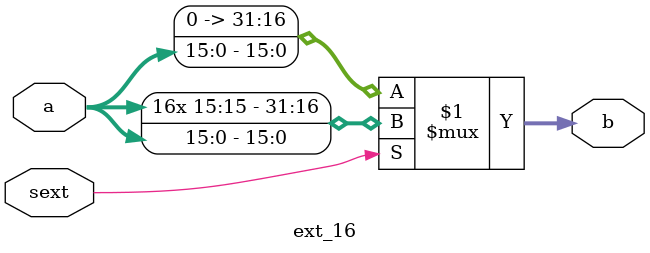
<source format=v>
`timescale 1ns / 1ps
module ext_16#(parameter WIDTH =16)(
    input [WIDTH-1:0] a,
	 input sext,
	 output [31:0] b
    );
    assign b= sext?{{(32-WIDTH){a[WIDTH-1]}},a}:{{(32-WIDTH){1'b0}},a};

endmodule

</source>
